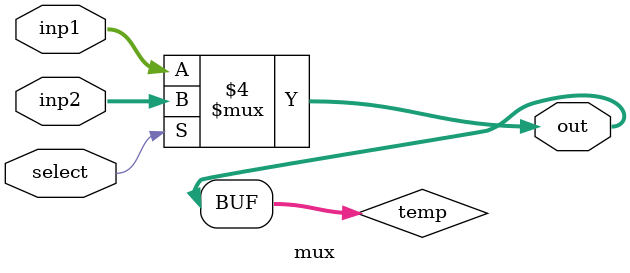
<source format=v>
module mux (
   input select,
   input [2:0]  inp1,
   input [2:0]  inp2,
   output [2:0] out
   );
   
   reg [2:0] temp;
   always @(inp1,inp2,select) begin
   if(select == 1'b0)
    temp = inp1;
   else
    temp = inp2;
   end
   
  assign out = temp;
endmodule

</source>
